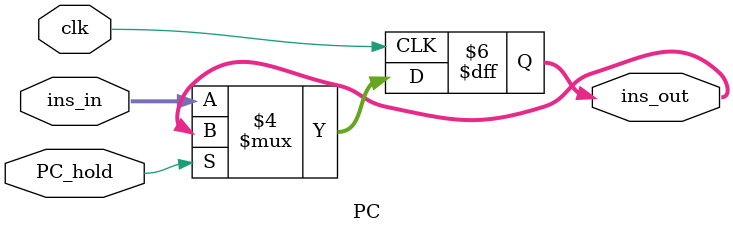
<source format=v>
`timescale 1ns / 1ps
module PC(clk, ins_in, PC_hold, ins_out);
	
	input clk;
	input [31:0] ins_in;
	input PC_hold;
	output reg [31:0] ins_out;

	initial begin
		ins_out <= 32'b0;
	end
	
	always @ (posedge clk) begin
		if (PC_hold == 1'b0) begin
			ins_out <= ins_in;
		end
	end

endmodule

</source>
